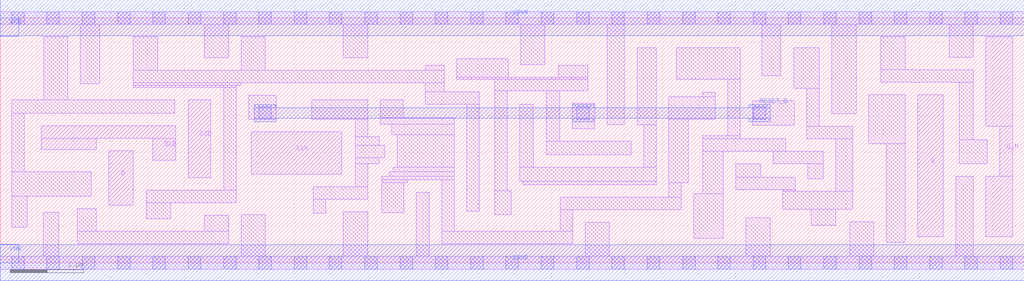
<source format=lef>
# Copyright 2020 The SkyWater PDK Authors
#
# Licensed under the Apache License, Version 2.0 (the "License");
# you may not use this file except in compliance with the License.
# You may obtain a copy of the License at
#
#     https://www.apache.org/licenses/LICENSE-2.0
#
# Unless required by applicable law or agreed to in writing, software
# distributed under the License is distributed on an "AS IS" BASIS,
# WITHOUT WARRANTIES OR CONDITIONS OF ANY KIND, either express or implied.
# See the License for the specific language governing permissions and
# limitations under the License.
#
# SPDX-License-Identifier: Apache-2.0

VERSION 5.5 ;
NAMESCASESENSITIVE ON ;
BUSBITCHARS "[]" ;
DIVIDERCHAR "/" ;
MACRO sky130_fd_sc_lp__sdfrbp_1
  CLASS CORE ;
  SOURCE USER ;
  ORIGIN  0.000000  0.000000 ;
  SIZE  13.92000 BY  3.330000 ;
  SYMMETRY R90 ;
  SITE unit ;
  PIN D
    ANTENNAGATEAREA  0.159000 ;
    DIRECTION INPUT ;
    USE SIGNAL ;
    PORT
      LAYER li1 ;
        RECT 1.475000 0.780000 1.805000 1.525000 ;
    END
  END D
  PIN Q
    ANTENNADIFFAREA  0.556500 ;
    DIRECTION OUTPUT ;
    USE SIGNAL ;
    PORT
      LAYER li1 ;
        RECT 12.475000 0.355000 12.820000 2.285000 ;
    END
  END Q
  PIN Q_N
    ANTENNADIFFAREA  0.556500 ;
    DIRECTION OUTPUT ;
    USE SIGNAL ;
    PORT
      LAYER li1 ;
        RECT 13.395000 0.355000 13.765000 1.175000 ;
        RECT 13.400000 1.855000 13.765000 3.075000 ;
        RECT 13.585000 1.175000 13.765000 1.855000 ;
    END
  END Q_N
  PIN RESET_B
    ANTENNAGATEAREA  0.411000 ;
    DIRECTION INPUT ;
    USE SIGNAL ;
    PORT
      LAYER met1 ;
        RECT  3.455000 1.920000  3.745000 1.965000 ;
        RECT  3.455000 1.965000 10.465000 2.105000 ;
        RECT  3.455000 2.105000  3.745000 2.150000 ;
        RECT  7.775000 1.920000  8.065000 1.965000 ;
        RECT  7.775000 2.105000  8.065000 2.150000 ;
        RECT 10.175000 1.920000 10.465000 1.965000 ;
        RECT 10.175000 2.105000 10.465000 2.150000 ;
    END
  END RESET_B
  PIN SCD
    ANTENNAGATEAREA  0.159000 ;
    DIRECTION INPUT ;
    USE SIGNAL ;
    PORT
      LAYER li1 ;
        RECT 2.555000 1.155000 2.860000 2.215000 ;
    END
  END SCD
  PIN SCE
    ANTENNAGATEAREA  0.318000 ;
    DIRECTION INPUT ;
    USE SIGNAL ;
    PORT
      LAYER li1 ;
        RECT 0.555000 1.535000 1.305000 1.695000 ;
        RECT 0.555000 1.695000 2.385000 1.865000 ;
        RECT 2.070000 1.395000 2.385000 1.695000 ;
    END
  END SCE
  PIN CLK
    ANTENNAGATEAREA  0.315000 ;
    DIRECTION INPUT ;
    USE CLOCK ;
    PORT
      LAYER li1 ;
        RECT 3.410000 1.200000 4.645000 1.780000 ;
    END
  END CLK
  PIN VGND
    DIRECTION INOUT ;
    USE GROUND ;
    PORT
      LAYER met1 ;
        RECT 0.000000 -0.245000 13.920000 0.245000 ;
    END
  END VGND
  PIN VNB
    DIRECTION INOUT ;
    USE GROUND ;
    PORT
      LAYER met1 ;
        RECT 0.000000 0.000000 0.250000 0.250000 ;
    END
  END VNB
  PIN VPB
    DIRECTION INOUT ;
    USE POWER ;
    PORT
      LAYER met1 ;
        RECT 0.000000 3.080000 0.250000 3.330000 ;
    END
  END VPB
  PIN VPWR
    DIRECTION INOUT ;
    USE POWER ;
    PORT
      LAYER met1 ;
        RECT 0.000000 3.085000 13.920000 3.575000 ;
    END
  END VPWR
  OBS
    LAYER li1 ;
      RECT  0.000000 -0.085000 13.920000 0.085000 ;
      RECT  0.000000  3.245000 13.920000 3.415000 ;
      RECT  0.155000  0.485000  0.365000 0.905000 ;
      RECT  0.155000  0.905000  1.235000 1.235000 ;
      RECT  0.155000  1.235000  0.325000 2.035000 ;
      RECT  0.155000  2.035000  2.375000 2.215000 ;
      RECT  0.585000  0.085000  0.795000 0.685000 ;
      RECT  0.590000  2.215000  0.920000 3.075000 ;
      RECT  1.045000  0.255000  3.105000 0.425000 ;
      RECT  1.045000  0.425000  1.305000 0.735000 ;
      RECT  1.090000  2.435000  1.350000 3.245000 ;
      RECT  1.810000  2.385000  3.210000 2.415000 ;
      RECT  1.810000  2.415000  3.275000 2.450000 ;
      RECT  1.810000  2.450000  6.035000 2.620000 ;
      RECT  1.810000  2.620000  2.140000 3.075000 ;
      RECT  1.985000  0.595000  2.315000 0.815000 ;
      RECT  1.985000  0.815000  3.210000 0.985000 ;
      RECT  2.775000  0.425000  3.105000 0.645000 ;
      RECT  2.775000  2.790000  3.105000 3.245000 ;
      RECT  3.040000  0.985000  3.210000 2.385000 ;
      RECT  3.275000  0.085000  3.605000 0.655000 ;
      RECT  3.275000  2.620000  3.605000 3.075000 ;
      RECT  3.380000  1.950000  3.750000 2.280000 ;
      RECT  4.235000  1.950000  4.995000 2.215000 ;
      RECT  4.255000  0.670000  4.425000 0.860000 ;
      RECT  4.255000  0.860000  4.995000 1.030000 ;
      RECT  4.665000  0.085000  4.995000 0.690000 ;
      RECT  4.665000  2.790000  4.995000 3.245000 ;
      RECT  4.825000  1.030000  4.995000 1.345000 ;
      RECT  4.825000  1.345000  5.150000 1.425000 ;
      RECT  4.825000  1.425000  5.230000 1.595000 ;
      RECT  4.825000  1.595000  5.150000 1.715000 ;
      RECT  4.825000  1.715000  4.995000 1.950000 ;
      RECT  5.165000  1.885000  6.175000 1.970000 ;
      RECT  5.165000  1.970000  5.480000 2.215000 ;
      RECT  5.185000  0.680000  5.485000 1.085000 ;
      RECT  5.185000  1.085000  5.535000 1.130000 ;
      RECT  5.185000  1.130000  6.175000 1.175000 ;
      RECT  5.290000  1.175000  6.175000 1.235000 ;
      RECT  5.320000  1.740000  6.175000 1.885000 ;
      RECT  5.345000  1.235000  6.175000 1.295000 ;
      RECT  5.400000  1.295000  6.175000 1.740000 ;
      RECT  5.655000  0.085000  5.835000 0.960000 ;
      RECT  5.775000  2.155000  6.515000 2.325000 ;
      RECT  5.775000  2.325000  6.035000 2.450000 ;
      RECT  5.775000  2.620000  6.035000 2.685000 ;
      RECT  6.005000  0.255000  7.780000 0.425000 ;
      RECT  6.005000  0.425000  6.175000 1.130000 ;
      RECT  6.205000  2.495000  7.990000 2.525000 ;
      RECT  6.205000  2.525000  6.905000 2.775000 ;
      RECT  6.345000  0.700000  6.515000 2.155000 ;
      RECT  6.725000  0.650000  6.945000 0.980000 ;
      RECT  6.725000  0.980000  6.895000 2.335000 ;
      RECT  6.725000  2.335000  7.990000 2.495000 ;
      RECT  7.065000  1.110000  8.915000 1.295000 ;
      RECT  7.065000  1.295000  7.245000 2.155000 ;
      RECT  7.075000  2.695000  7.405000 3.245000 ;
      RECT  7.105000  1.060000  8.915000 1.110000 ;
      RECT  7.425000  1.465000  8.575000 1.650000 ;
      RECT  7.425000  1.650000  7.605000 2.335000 ;
      RECT  7.585000  2.525000  7.990000 2.685000 ;
      RECT  7.610000  0.425000  7.780000 0.720000 ;
      RECT  7.610000  0.720000  9.255000 0.890000 ;
      RECT  7.775000  1.820000  8.080000 2.165000 ;
      RECT  7.950000  0.085000  8.280000 0.550000 ;
      RECT  8.250000  1.875000  8.480000 3.245000 ;
      RECT  8.660000  1.875000  8.915000 2.920000 ;
      RECT  8.745000  1.295000  8.915000 1.875000 ;
      RECT  9.085000  0.890000  9.255000 1.090000 ;
      RECT  9.085000  1.090000  9.350000 1.950000 ;
      RECT  9.085000  1.950000  9.720000 2.260000 ;
      RECT  9.190000  2.495000 10.060000 2.920000 ;
      RECT  9.425000  0.330000  9.830000 0.935000 ;
      RECT  9.540000  2.260000  9.720000 2.320000 ;
      RECT  9.550000  0.935000  9.830000 1.515000 ;
      RECT  9.550000  1.515000 10.680000 1.685000 ;
      RECT  9.550000  1.685000 10.060000 1.725000 ;
      RECT  9.890000  1.725000 10.060000 2.495000 ;
      RECT 10.000000  0.995000 10.805000 1.165000 ;
      RECT 10.000000  1.165000 10.340000 1.345000 ;
      RECT 10.135000  0.085000 10.465000 0.610000 ;
      RECT 10.230000  1.870000 10.795000 2.200000 ;
      RECT 10.350000  2.545000 10.610000 3.245000 ;
      RECT 10.510000  1.345000 11.190000 1.515000 ;
      RECT 10.635000  0.725000 11.590000 0.975000 ;
      RECT 10.635000  0.975000 10.805000 0.995000 ;
      RECT 10.790000  2.370000 11.135000 2.920000 ;
      RECT 10.965000  1.685000 11.590000 1.855000 ;
      RECT 10.965000  1.855000 11.135000 2.370000 ;
      RECT 10.975000  1.145000 11.190000 1.345000 ;
      RECT 11.025000  0.510000 11.355000 0.725000 ;
      RECT 11.305000  2.025000 11.635000 3.245000 ;
      RECT 11.360000  0.975000 11.590000 1.685000 ;
      RECT 11.545000  0.085000 11.875000 0.555000 ;
      RECT 11.805000  1.615000 12.305000 2.285000 ;
      RECT 11.970000  2.455000 13.230000 2.625000 ;
      RECT 11.970000  2.625000 12.300000 3.075000 ;
      RECT 12.045000  0.280000 12.305000 1.615000 ;
      RECT 12.900000  2.795000 13.230000 3.245000 ;
      RECT 12.990000  0.085000 13.225000 1.175000 ;
      RECT 13.040000  1.345000 13.415000 1.675000 ;
      RECT 13.040000  1.675000 13.230000 2.455000 ;
    LAYER mcon ;
      RECT  0.155000 -0.085000  0.325000 0.085000 ;
      RECT  0.155000  3.245000  0.325000 3.415000 ;
      RECT  0.635000 -0.085000  0.805000 0.085000 ;
      RECT  0.635000  3.245000  0.805000 3.415000 ;
      RECT  1.115000 -0.085000  1.285000 0.085000 ;
      RECT  1.115000  3.245000  1.285000 3.415000 ;
      RECT  1.595000 -0.085000  1.765000 0.085000 ;
      RECT  1.595000  3.245000  1.765000 3.415000 ;
      RECT  2.075000 -0.085000  2.245000 0.085000 ;
      RECT  2.075000  3.245000  2.245000 3.415000 ;
      RECT  2.555000 -0.085000  2.725000 0.085000 ;
      RECT  2.555000  3.245000  2.725000 3.415000 ;
      RECT  3.035000 -0.085000  3.205000 0.085000 ;
      RECT  3.035000  3.245000  3.205000 3.415000 ;
      RECT  3.515000 -0.085000  3.685000 0.085000 ;
      RECT  3.515000  1.950000  3.685000 2.120000 ;
      RECT  3.515000  3.245000  3.685000 3.415000 ;
      RECT  3.995000 -0.085000  4.165000 0.085000 ;
      RECT  3.995000  3.245000  4.165000 3.415000 ;
      RECT  4.475000 -0.085000  4.645000 0.085000 ;
      RECT  4.475000  3.245000  4.645000 3.415000 ;
      RECT  4.955000 -0.085000  5.125000 0.085000 ;
      RECT  4.955000  3.245000  5.125000 3.415000 ;
      RECT  5.435000 -0.085000  5.605000 0.085000 ;
      RECT  5.435000  3.245000  5.605000 3.415000 ;
      RECT  5.915000 -0.085000  6.085000 0.085000 ;
      RECT  5.915000  3.245000  6.085000 3.415000 ;
      RECT  6.395000 -0.085000  6.565000 0.085000 ;
      RECT  6.395000  3.245000  6.565000 3.415000 ;
      RECT  6.875000 -0.085000  7.045000 0.085000 ;
      RECT  6.875000  3.245000  7.045000 3.415000 ;
      RECT  7.355000 -0.085000  7.525000 0.085000 ;
      RECT  7.355000  3.245000  7.525000 3.415000 ;
      RECT  7.835000 -0.085000  8.005000 0.085000 ;
      RECT  7.835000  1.950000  8.005000 2.120000 ;
      RECT  7.835000  3.245000  8.005000 3.415000 ;
      RECT  8.315000 -0.085000  8.485000 0.085000 ;
      RECT  8.315000  3.245000  8.485000 3.415000 ;
      RECT  8.795000 -0.085000  8.965000 0.085000 ;
      RECT  8.795000  3.245000  8.965000 3.415000 ;
      RECT  9.275000 -0.085000  9.445000 0.085000 ;
      RECT  9.275000  3.245000  9.445000 3.415000 ;
      RECT  9.755000 -0.085000  9.925000 0.085000 ;
      RECT  9.755000  3.245000  9.925000 3.415000 ;
      RECT 10.235000 -0.085000 10.405000 0.085000 ;
      RECT 10.235000  1.950000 10.405000 2.120000 ;
      RECT 10.235000  3.245000 10.405000 3.415000 ;
      RECT 10.715000 -0.085000 10.885000 0.085000 ;
      RECT 10.715000  3.245000 10.885000 3.415000 ;
      RECT 11.195000 -0.085000 11.365000 0.085000 ;
      RECT 11.195000  3.245000 11.365000 3.415000 ;
      RECT 11.675000 -0.085000 11.845000 0.085000 ;
      RECT 11.675000  3.245000 11.845000 3.415000 ;
      RECT 12.155000 -0.085000 12.325000 0.085000 ;
      RECT 12.155000  3.245000 12.325000 3.415000 ;
      RECT 12.635000 -0.085000 12.805000 0.085000 ;
      RECT 12.635000  3.245000 12.805000 3.415000 ;
      RECT 13.115000 -0.085000 13.285000 0.085000 ;
      RECT 13.115000  3.245000 13.285000 3.415000 ;
      RECT 13.595000 -0.085000 13.765000 0.085000 ;
      RECT 13.595000  3.245000 13.765000 3.415000 ;
  END
END sky130_fd_sc_lp__sdfrbp_1
END LIBRARY

</source>
